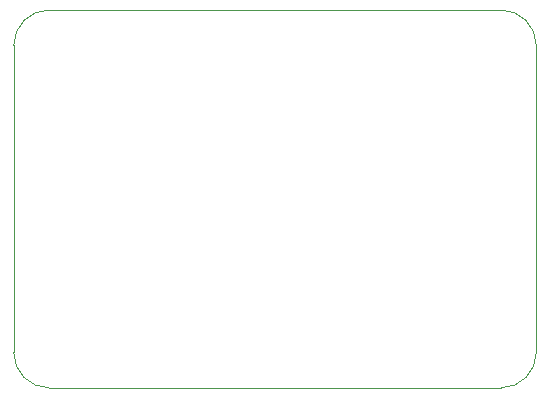
<source format=gbr>
%TF.GenerationSoftware,KiCad,Pcbnew,(6.0.9)*%
%TF.CreationDate,2023-11-06T14:53:44+05:30*%
%TF.ProjectId,Stm32 Tutorial,53746d33-3220-4547-9574-6f7269616c2e,rev?*%
%TF.SameCoordinates,Original*%
%TF.FileFunction,Profile,NP*%
%FSLAX46Y46*%
G04 Gerber Fmt 4.6, Leading zero omitted, Abs format (unit mm)*
G04 Created by KiCad (PCBNEW (6.0.9)) date 2023-11-06 14:53:44*
%MOMM*%
%LPD*%
G01*
G04 APERTURE LIST*
%TA.AperFunction,Profile*%
%ADD10C,0.100000*%
%TD*%
G04 APERTURE END LIST*
D10*
X177750000Y-76000000D02*
G75*
G03*
X174750000Y-73000000I-3000000J0D01*
G01*
X136500000Y-73000000D02*
G75*
G03*
X133500000Y-76000000I0J-3000000D01*
G01*
X174750000Y-105000000D02*
G75*
G03*
X177750000Y-102000000I0J3000000D01*
G01*
X136500000Y-105000000D02*
X174750000Y-105000000D01*
X133500000Y-102000000D02*
X133500000Y-76000000D01*
X177750000Y-76000000D02*
X177750000Y-102000000D01*
X133500000Y-102000000D02*
G75*
G03*
X136500000Y-105000000I3000000J0D01*
G01*
X136500000Y-73000000D02*
X174750000Y-73000000D01*
M02*

</source>
